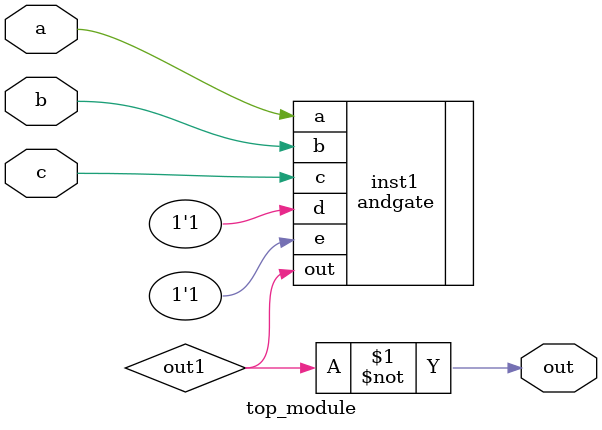
<source format=v>
module top_module (input a, input b, input c, output out);//

    wire out1;
    andgate inst1 ( .a(a), .b(b), .c(c), .out(out1), .d(1'b1), .e(1'b1) );
    assign out = ~out1;

endmodule


</source>
